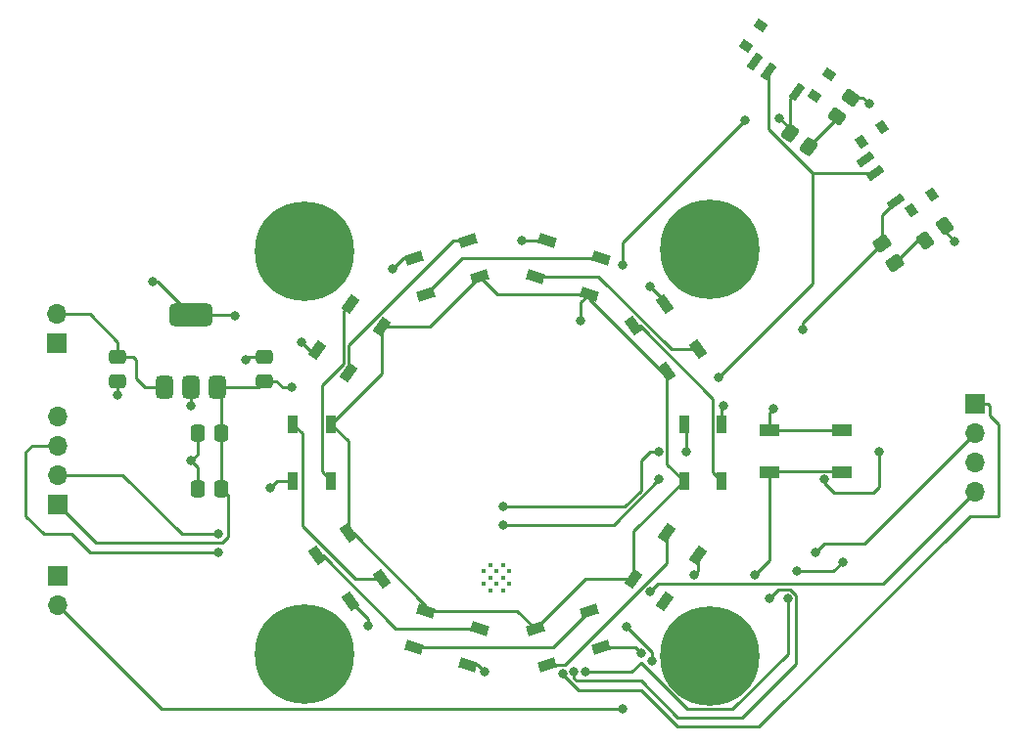
<source format=gbr>
%TF.GenerationSoftware,KiCad,Pcbnew,8.0.2*%
%TF.CreationDate,2024-09-15T21:25:22+02:00*%
%TF.ProjectId,LED_Coaster,4c45445f-436f-4617-9374-65722e6b6963,rev?*%
%TF.SameCoordinates,Original*%
%TF.FileFunction,Copper,L1,Top*%
%TF.FilePolarity,Positive*%
%FSLAX46Y46*%
G04 Gerber Fmt 4.6, Leading zero omitted, Abs format (unit mm)*
G04 Created by KiCad (PCBNEW 8.0.2) date 2024-09-15 21:25:22*
%MOMM*%
%LPD*%
G01*
G04 APERTURE LIST*
G04 Aperture macros list*
%AMRoundRect*
0 Rectangle with rounded corners*
0 $1 Rounding radius*
0 $2 $3 $4 $5 $6 $7 $8 $9 X,Y pos of 4 corners*
0 Add a 4 corners polygon primitive as box body*
4,1,4,$2,$3,$4,$5,$6,$7,$8,$9,$2,$3,0*
0 Add four circle primitives for the rounded corners*
1,1,$1+$1,$2,$3*
1,1,$1+$1,$4,$5*
1,1,$1+$1,$6,$7*
1,1,$1+$1,$8,$9*
0 Add four rect primitives between the rounded corners*
20,1,$1+$1,$2,$3,$4,$5,0*
20,1,$1+$1,$4,$5,$6,$7,0*
20,1,$1+$1,$6,$7,$8,$9,0*
20,1,$1+$1,$8,$9,$2,$3,0*%
%AMRotRect*
0 Rectangle, with rotation*
0 The origin of the aperture is its center*
0 $1 length*
0 $2 width*
0 $3 Rotation angle, in degrees counterclockwise*
0 Add horizontal line*
21,1,$1,$2,0,0,$3*%
G04 Aperture macros list end*
%TA.AperFunction,SMDPad,CuDef*%
%ADD10R,1.800000X1.100000*%
%TD*%
%TA.AperFunction,SMDPad,CuDef*%
%ADD11RoundRect,0.250000X-0.173027X0.527434X-0.555088X0.001573X0.173027X-0.527434X0.555088X-0.001573X0*%
%TD*%
%TA.AperFunction,SMDPad,CuDef*%
%ADD12RoundRect,0.250000X-0.001573X0.555088X-0.527434X0.173027X0.001573X-0.555088X0.527434X-0.173027X0*%
%TD*%
%TA.AperFunction,SMDPad,CuDef*%
%ADD13RotRect,1.500000X0.900000X18.000000*%
%TD*%
%TA.AperFunction,ComponentPad*%
%ADD14C,0.900000*%
%TD*%
%TA.AperFunction,ComponentPad*%
%ADD15C,8.600000*%
%TD*%
%TA.AperFunction,SMDPad,CuDef*%
%ADD16RoundRect,0.250000X0.337500X0.475000X-0.337500X0.475000X-0.337500X-0.475000X0.337500X-0.475000X0*%
%TD*%
%TA.AperFunction,SMDPad,CuDef*%
%ADD17RotRect,1.000000X0.800000X126.000000*%
%TD*%
%TA.AperFunction,SMDPad,CuDef*%
%ADD18RotRect,0.700000X1.500000X126.000000*%
%TD*%
%TA.AperFunction,SMDPad,CuDef*%
%ADD19RotRect,1.500000X0.900000X342.000000*%
%TD*%
%TA.AperFunction,SMDPad,CuDef*%
%ADD20RotRect,1.500000X0.900000X234.000000*%
%TD*%
%TA.AperFunction,SMDPad,CuDef*%
%ADD21RotRect,1.500000X0.900000X162.000000*%
%TD*%
%TA.AperFunction,SMDPad,CuDef*%
%ADD22RotRect,1.500000X0.900000X198.000000*%
%TD*%
%TA.AperFunction,SMDPad,CuDef*%
%ADD23RotRect,1.500000X0.900000X126.000000*%
%TD*%
%TA.AperFunction,ComponentPad*%
%ADD24R,1.700000X1.700000*%
%TD*%
%TA.AperFunction,ComponentPad*%
%ADD25O,1.700000X1.700000*%
%TD*%
%TA.AperFunction,SMDPad,CuDef*%
%ADD26RotRect,1.500000X0.900000X306.000000*%
%TD*%
%TA.AperFunction,SMDPad,CuDef*%
%ADD27RoundRect,0.250000X0.547659X0.158333X-0.018653X0.569782X-0.547659X-0.158333X0.018653X-0.569782X0*%
%TD*%
%TA.AperFunction,SMDPad,CuDef*%
%ADD28RoundRect,0.375000X0.375000X-0.625000X0.375000X0.625000X-0.375000X0.625000X-0.375000X-0.625000X0*%
%TD*%
%TA.AperFunction,SMDPad,CuDef*%
%ADD29RoundRect,0.500000X1.400000X-0.500000X1.400000X0.500000X-1.400000X0.500000X-1.400000X-0.500000X0*%
%TD*%
%TA.AperFunction,SMDPad,CuDef*%
%ADD30RotRect,1.000000X0.800000X144.000000*%
%TD*%
%TA.AperFunction,SMDPad,CuDef*%
%ADD31RotRect,0.700000X1.500000X144.000000*%
%TD*%
%TA.AperFunction,SMDPad,CuDef*%
%ADD32RoundRect,0.250000X0.475000X-0.337500X0.475000X0.337500X-0.475000X0.337500X-0.475000X-0.337500X0*%
%TD*%
%TA.AperFunction,SMDPad,CuDef*%
%ADD33R,0.900000X1.500000*%
%TD*%
%TA.AperFunction,SMDPad,CuDef*%
%ADD34RoundRect,0.250000X0.569782X-0.018653X0.158333X0.547659X-0.569782X0.018653X-0.158333X-0.547659X0*%
%TD*%
%TA.AperFunction,SMDPad,CuDef*%
%ADD35RoundRect,0.250000X-0.475000X0.337500X-0.475000X-0.337500X0.475000X-0.337500X0.475000X0.337500X0*%
%TD*%
%TA.AperFunction,SMDPad,CuDef*%
%ADD36RotRect,1.500000X0.900000X54.000000*%
%TD*%
%TA.AperFunction,SMDPad,CuDef*%
%ADD37RoundRect,0.250000X-0.337500X-0.475000X0.337500X-0.475000X0.337500X0.475000X-0.337500X0.475000X0*%
%TD*%
%TA.AperFunction,ComponentPad*%
%ADD38C,0.400000*%
%TD*%
%TA.AperFunction,ViaPad*%
%ADD39C,0.800000*%
%TD*%
%TA.AperFunction,Conductor*%
%ADD40C,0.250000*%
%TD*%
G04 APERTURE END LIST*
D10*
%TO.P,SW1,1,A*%
%TO.N,GND*%
X172700000Y-78020000D03*
X178900000Y-78020000D03*
%TO.P,SW1,2,B*%
%TO.N,Net-(SW1-B)*%
X172700000Y-81720000D03*
X178900000Y-81720000D03*
%TD*%
D11*
%TO.P,D32,1,K*%
%TO.N,GND*%
X179686480Y-49255758D03*
%TO.P,D32,2,A*%
%TO.N,Net-(D32-A)*%
X178481520Y-50914242D03*
%TD*%
D12*
%TO.P,D31,1,K*%
%TO.N,GND*%
X187787242Y-60404520D03*
%TO.P,D31,2,A*%
%TO.N,Net-(D31-A)*%
X186128758Y-61609480D03*
%TD*%
D13*
%TO.P,D29,1,VDD*%
%TO.N,Net-(D21-VDD)*%
X152392549Y-95272046D03*
%TO.P,D29,2,DOUT*%
%TO.N,Net-(D29-DOUT)*%
X153412306Y-98410534D03*
%TO.P,D29,3,VSS*%
%TO.N,GND*%
X158072483Y-96896352D03*
%TO.P,D29,4,DIN*%
%TO.N,Net-(D28-DOUT)*%
X157052726Y-93757864D03*
%TD*%
D14*
%TO.P,H3,1*%
%TO.N,N/C*%
X132480581Y-100686581D03*
X130200162Y-99742000D03*
X134761000Y-99742000D03*
X129255581Y-97461581D03*
D15*
X132480581Y-97461581D03*
D14*
X135705581Y-97461581D03*
X130200162Y-95181162D03*
X134761000Y-95181162D03*
X132480581Y-94236581D03*
%TD*%
D16*
%TO.P,C1,1*%
%TO.N,+3V3*%
X125257500Y-78342500D03*
%TO.P,C1,2*%
%TO.N,GND*%
X123182500Y-78342500D03*
%TD*%
D14*
%TO.P,H4,1*%
%TO.N,N/C*%
X167521419Y-100813581D03*
X165241000Y-99869000D03*
X169801838Y-99869000D03*
X164296419Y-97588581D03*
D15*
X167521419Y-97588581D03*
D14*
X170746419Y-97588581D03*
X165241000Y-95308162D03*
X169801838Y-95308162D03*
X167521419Y-94363581D03*
%TD*%
D17*
%TO.P,SW2,*%
%TO.N,*%
X184926000Y-58975000D03*
X186713927Y-57675994D03*
X180635168Y-53069175D03*
X182423095Y-51770170D03*
D18*
%TO.P,SW2,1*%
%TO.N,Net-(D1-VDD)*%
X183577240Y-58224436D03*
%TO.P,SW2,2*%
%TO.N,+3V3*%
X181813884Y-55797385D03*
%TO.P,SW2,3*%
%TO.N,N/C*%
X180932206Y-54583860D03*
%TD*%
D19*
%TO.P,D28,1,VDD*%
%TO.N,Net-(D21-VDD)*%
X142955423Y-93734505D03*
%TO.P,D28,2,DOUT*%
%TO.N,Net-(D28-DOUT)*%
X141935666Y-96872993D03*
%TO.P,D28,3,VSS*%
%TO.N,GND*%
X146595843Y-98387175D03*
%TO.P,D28,4,DIN*%
%TO.N,Net-(D27-DOUT)*%
X147615600Y-95248687D03*
%TD*%
D20*
%TO.P,D25,1,VDD*%
%TO.N,Net-(D21-VDD)*%
X139124101Y-69069965D03*
%TO.P,D25,2,DOUT*%
%TO.N,Net-(D25-DOUT)*%
X136454345Y-67130274D03*
%TO.P,D25,3,VSS*%
%TO.N,GND*%
X133574197Y-71094457D03*
%TO.P,D25,4,DIN*%
%TO.N,Net-(D24-DOUT)*%
X136243953Y-73034148D03*
%TD*%
D21*
%TO.P,D23,1,VDD*%
%TO.N,Net-(D21-VDD)*%
X157044467Y-66255033D03*
%TO.P,D23,2,DOUT*%
%TO.N,Net-(D23-DOUT)*%
X158064224Y-63116545D03*
%TO.P,D23,3,VSS*%
%TO.N,GND*%
X153404047Y-61602363D03*
%TO.P,D23,4,DIN*%
%TO.N,Net-(D22-DOUT)*%
X152384290Y-64740851D03*
%TD*%
D22*
%TO.P,D24,1,VDD*%
%TO.N,Net-(D21-VDD)*%
X147610955Y-64743371D03*
%TO.P,D24,2,DOUT*%
%TO.N,Net-(D24-DOUT)*%
X146591198Y-61604883D03*
%TO.P,D24,3,VSS*%
%TO.N,GND*%
X141931021Y-63119065D03*
%TO.P,D24,4,DIN*%
%TO.N,Net-(D23-DOUT)*%
X142950778Y-66257553D03*
%TD*%
D23*
%TO.P,D22,1,VDD*%
%TO.N,Net-(D21-VDD)*%
X163783155Y-73003996D03*
%TO.P,D22,2,DOUT*%
%TO.N,Net-(D22-DOUT)*%
X166452911Y-71064305D03*
%TO.P,D22,3,VSS*%
%TO.N,GND*%
X163572763Y-67100122D03*
%TO.P,D22,4,DIN*%
%TO.N,Net-(D21-DOUT)*%
X160903007Y-69039813D03*
%TD*%
D24*
%TO.P,J3,1,Pin_1*%
%TO.N,Net-(J3-Pin_1)*%
X190410000Y-75780000D03*
D25*
%TO.P,J3,2,Pin_2*%
%TO.N,Net-(J3-Pin_2)*%
X190410000Y-78320000D03*
%TO.P,J3,3,Pin_3*%
%TO.N,Net-(J3-Pin_3)*%
X190410000Y-80860000D03*
%TO.P,J3,4,Pin_4*%
%TO.N,Net-(J3-Pin_4)*%
X190410000Y-83400000D03*
%TD*%
D24*
%TO.P,J4,1,Pin_1*%
%TO.N,+3V3*%
X111110000Y-84470000D03*
D25*
%TO.P,J4,2,Pin_2*%
%TO.N,Net-(J4-Pin_2)*%
X111110000Y-81930000D03*
%TO.P,J4,3,Pin_3*%
%TO.N,Net-(J4-Pin_3)*%
X111110000Y-79390000D03*
%TO.P,J4,4,Pin_4*%
%TO.N,GND*%
X111110000Y-76850000D03*
%TD*%
D26*
%TO.P,D27,1,VDD*%
%TO.N,Net-(D21-VDD)*%
X136215656Y-86990312D03*
%TO.P,D27,2,DOUT*%
%TO.N,Net-(D27-DOUT)*%
X133545900Y-88930003D03*
%TO.P,D27,3,VSS*%
%TO.N,GND*%
X136426048Y-92894186D03*
%TO.P,D27,4,DIN*%
%TO.N,Net-(D26-DOUT)*%
X139095804Y-90954495D03*
%TD*%
D27*
%TO.P,R8,1*%
%TO.N,Net-(D32-A)*%
X176083017Y-53466785D03*
%TO.P,R8,2*%
%TO.N,Net-(D21-VDD)*%
X174464983Y-52291215D03*
%TD*%
D28*
%TO.P,U2,1,VI*%
%TO.N,+5V*%
X120332500Y-74373750D03*
%TO.P,U2,2,GND*%
%TO.N,GND*%
X122632500Y-74373750D03*
D29*
X122632500Y-68073750D03*
D28*
%TO.P,U2,3,VO*%
%TO.N,+3V3*%
X124932500Y-74373750D03*
%TD*%
D14*
%TO.P,H2,1*%
%TO.N,N/C*%
X167532581Y-65634581D03*
X165252162Y-64690000D03*
X169813000Y-64690000D03*
X164307581Y-62409581D03*
D15*
X167532581Y-62409581D03*
D14*
X170757581Y-62409581D03*
X165252162Y-60129162D03*
X169813000Y-60129162D03*
X167532581Y-59184581D03*
%TD*%
D24*
%TO.P,J2,1,Pin_1*%
%TO.N,GND*%
X111140000Y-90645000D03*
D25*
%TO.P,J2,2,Pin_2*%
%TO.N,Net-(J2-Pin_2)*%
X111140000Y-93185000D03*
%TD*%
D14*
%TO.P,H1,1*%
%TO.N,N/C*%
X132480581Y-65761581D03*
X130200162Y-64817000D03*
X134761000Y-64817000D03*
X129255581Y-62536581D03*
D15*
X132480581Y-62536581D03*
D14*
X135705581Y-62536581D03*
X130200162Y-60256162D03*
X134761000Y-60256162D03*
X132480581Y-59311581D03*
%TD*%
D30*
%TO.P,SW3,*%
%TO.N,*%
X176544000Y-49069000D03*
X177843005Y-47281073D03*
X170638175Y-44778168D03*
X171937181Y-42990241D03*
D31*
%TO.P,SW3,1*%
%TO.N,Net-(D21-VDD)*%
X175029315Y-48771962D03*
%TO.P,SW3,2*%
%TO.N,+3V3*%
X172602264Y-47008606D03*
%TO.P,SW3,3*%
%TO.N,N/C*%
X171388739Y-46126928D03*
%TD*%
D32*
%TO.P,C4,1*%
%TO.N,GND*%
X116282500Y-73823750D03*
%TO.P,C4,2*%
%TO.N,+5V*%
X116282500Y-71748750D03*
%TD*%
D33*
%TO.P,D21,1,VDD*%
%TO.N,Net-(D21-VDD)*%
X165250000Y-82450000D03*
%TO.P,D21,2,DOUT*%
%TO.N,Net-(D21-DOUT)*%
X168550000Y-82450000D03*
%TO.P,D21,3,VSS*%
%TO.N,GND*%
X168550000Y-77550000D03*
%TO.P,D21,4,DIN*%
%TO.N,/small_ring*%
X165250000Y-77550000D03*
%TD*%
D34*
%TO.P,R7,1*%
%TO.N,Net-(D31-A)*%
X183529000Y-63547000D03*
%TO.P,R7,2*%
%TO.N,Net-(D1-VDD)*%
X182353430Y-61928966D03*
%TD*%
D24*
%TO.P,J1,1,Pin_1*%
%TO.N,GND*%
X111000000Y-70525000D03*
D25*
%TO.P,J1,2,Pin_2*%
%TO.N,+5V*%
X111000000Y-67985000D03*
%TD*%
D35*
%TO.P,C5,1*%
%TO.N,GND*%
X128982500Y-71748750D03*
%TO.P,C5,2*%
%TO.N,+3V3*%
X128982500Y-73823750D03*
%TD*%
D33*
%TO.P,D26,1,VDD*%
%TO.N,Net-(D21-VDD)*%
X134760886Y-77523211D03*
%TO.P,D26,2,DOUT*%
%TO.N,Net-(D26-DOUT)*%
X131460886Y-77523211D03*
%TO.P,D26,3,VSS*%
%TO.N,GND*%
X131460886Y-82423211D03*
%TO.P,D26,4,DIN*%
%TO.N,Net-(D25-DOUT)*%
X134760886Y-82423211D03*
%TD*%
D36*
%TO.P,D30,1,VDD*%
%TO.N,Net-(D21-VDD)*%
X160898305Y-90930330D03*
%TO.P,D30,2,DOUT*%
%TO.N,unconnected-(D30-DOUT-Pad2)*%
X163568061Y-92870021D03*
%TO.P,D30,3,VSS*%
%TO.N,GND*%
X166448209Y-88905838D03*
%TO.P,D30,4,DIN*%
%TO.N,Net-(D29-DOUT)*%
X163778453Y-86966147D03*
%TD*%
D37*
%TO.P,C2,1*%
%TO.N,GND*%
X123182500Y-83105000D03*
%TO.P,C2,2*%
%TO.N,+3V3*%
X125257500Y-83105000D03*
%TD*%
D38*
%TO.P,U1,28,GND*%
%TO.N,GND*%
X149590000Y-89740000D03*
%TO.P,U1,29,GND*%
X148490000Y-89740000D03*
%TO.P,U1,30,GND*%
X150140000Y-90290000D03*
%TO.P,U1,31,GND*%
X149040000Y-90290000D03*
%TO.P,U1,32,GND*%
X147940000Y-90290000D03*
%TO.P,U1,33,GND*%
X149590000Y-90840000D03*
%TO.P,U1,34,GND*%
X148490000Y-90840000D03*
%TO.P,U1,35,GND*%
X150140000Y-91390000D03*
%TO.P,U1,36,GND*%
X149040000Y-91390000D03*
%TO.P,U1,37,GND*%
X147940000Y-91390000D03*
%TO.P,U1,38,GND*%
X149590000Y-91940000D03*
%TO.P,U1,39,GND*%
X148490000Y-91940000D03*
%TD*%
D39*
%TO.N,/small_ring*%
X149620000Y-84692500D03*
%TO.N,GND*%
X173020000Y-76180000D03*
X116290000Y-74990000D03*
X168670000Y-75961250D03*
X119320000Y-65150000D03*
X132157500Y-70405000D03*
X137960000Y-94950000D03*
X122632500Y-80723750D03*
X127395000Y-71992500D03*
X126410000Y-68150000D03*
X188690000Y-61700000D03*
X129450000Y-83020000D03*
X181260000Y-49800000D03*
X162320000Y-65642500D03*
X140095000Y-64055000D03*
X166110000Y-90630000D03*
X161526250Y-97392500D03*
X148032500Y-98980000D03*
X151207500Y-61673750D03*
X122632500Y-75961250D03*
%TO.N,/large_ring*%
X182163750Y-79930000D03*
X177401250Y-82311250D03*
X163113750Y-82311250D03*
X149620000Y-86280000D03*
%TO.N,/small_ring*%
X163058155Y-79930000D03*
X165495000Y-79930000D03*
%TO.N,Net-(D1-VDD)*%
X175560000Y-69370000D03*
%TO.N,Net-(D21-VDD)*%
X173540000Y-51010000D03*
X156310000Y-68600000D03*
X159990000Y-63780000D03*
X170580000Y-51240000D03*
%TO.N,+3V3*%
X168220000Y-73500000D03*
X131363750Y-74373750D03*
%TO.N,Net-(SW1-B)*%
X171380000Y-90630000D03*
%TO.N,Net-(J2-Pin_2)*%
X159938750Y-102155000D03*
X162500000Y-98030000D03*
X160290000Y-95100000D03*
%TO.N,Net-(J3-Pin_3)*%
X156763750Y-98980000D03*
X174226250Y-92630000D03*
X178988750Y-89455000D03*
X175020000Y-90248750D03*
%TO.N,Net-(J3-Pin_4)*%
X162343903Y-92043903D03*
%TO.N,Net-(J3-Pin_2)*%
X172638750Y-92630000D03*
X176607500Y-88661250D03*
X155763747Y-98980000D03*
%TO.N,Net-(J3-Pin_1)*%
X154763744Y-99135534D03*
%TO.N,Net-(J4-Pin_3)*%
X125013750Y-88661250D03*
%TO.N,Net-(J4-Pin_2)*%
X125013750Y-87073750D03*
%TD*%
D40*
%TO.N,GND*%
X172700000Y-76500000D02*
X173020000Y-76180000D01*
X172700000Y-78020000D02*
X172700000Y-76500000D01*
X178900000Y-78020000D02*
X172700000Y-78020000D01*
%TO.N,/large_ring*%
X182140000Y-79953750D02*
X182163750Y-79930000D01*
X182140000Y-83000000D02*
X182140000Y-79953750D01*
X181670000Y-83470000D02*
X182140000Y-83000000D01*
X178210000Y-83470000D02*
X181670000Y-83470000D01*
X177401250Y-82661250D02*
X178210000Y-83470000D01*
X177401250Y-82311250D02*
X177401250Y-82661250D01*
%TO.N,Net-(SW1-B)*%
X172833750Y-81586250D02*
X172700000Y-81720000D01*
X178766250Y-81586250D02*
X172833750Y-81586250D01*
X178900000Y-81720000D02*
X178766250Y-81586250D01*
X172700000Y-89310000D02*
X171380000Y-90630000D01*
X172700000Y-81720000D02*
X172700000Y-89310000D01*
%TO.N,+5V*%
X116282500Y-71748750D02*
X117626250Y-71748750D01*
X116282500Y-70405000D02*
X116282500Y-71748750D01*
X117626250Y-71748750D02*
X117870000Y-71992500D01*
X118663750Y-74373750D02*
X120332500Y-74373750D01*
X117870000Y-71992500D02*
X117870000Y-73580000D01*
X117870000Y-73580000D02*
X118663750Y-74373750D01*
X113862500Y-67985000D02*
X116282500Y-70405000D01*
X111000000Y-67985000D02*
X113862500Y-67985000D01*
%TO.N,GND*%
X116282500Y-73823750D02*
X116282500Y-74982500D01*
X116282500Y-73823750D02*
X116526250Y-73823750D01*
X180715758Y-49255758D02*
X181260000Y-49800000D01*
X187787242Y-60404520D02*
X187787242Y-60797242D01*
X136426048Y-92894186D02*
X137960000Y-94428138D01*
X116282500Y-74982500D02*
X116290000Y-74990000D01*
X123182500Y-80173750D02*
X122632500Y-80723750D01*
X168550000Y-76081250D02*
X168670000Y-75961250D01*
X130046789Y-82423211D02*
X129450000Y-83020000D01*
X147439675Y-98387175D02*
X148032500Y-98980000D01*
X163572763Y-67100122D02*
X163572763Y-66895263D01*
X166448209Y-90291791D02*
X166110000Y-90630000D01*
X158072483Y-96896352D02*
X161030102Y-96896352D01*
X141030935Y-63119065D02*
X140095000Y-64055000D01*
X166448209Y-88905838D02*
X166837912Y-88905838D01*
X137960000Y-94428138D02*
X137960000Y-94950000D01*
X123182500Y-78342500D02*
X123182500Y-80173750D01*
X122632500Y-68073750D02*
X119708750Y-65150000D01*
X187787242Y-60797242D02*
X188690000Y-61700000D01*
X126333750Y-68073750D02*
X126410000Y-68150000D01*
X128982500Y-71748750D02*
X127638750Y-71748750D01*
X122632500Y-74373750D02*
X122632500Y-75961250D01*
X161030102Y-96896352D02*
X161526250Y-97392500D01*
X153404047Y-61602363D02*
X151278887Y-61602363D01*
X168550000Y-77550000D02*
X168550000Y-76081250D01*
X166448209Y-88905838D02*
X166448209Y-90291791D01*
X146595843Y-98387175D02*
X147439675Y-98387175D01*
X141931021Y-63119065D02*
X141030935Y-63119065D01*
X151278887Y-61602363D02*
X151207500Y-61673750D01*
X119708750Y-65150000D02*
X119320000Y-65150000D01*
X131460886Y-82423211D02*
X130046789Y-82423211D01*
X179686480Y-49255758D02*
X180715758Y-49255758D01*
X133574197Y-71094457D02*
X132846957Y-71094457D01*
X122632500Y-68073750D02*
X126333750Y-68073750D01*
X127638750Y-71748750D02*
X127395000Y-71992500D01*
X123182500Y-83105000D02*
X123182500Y-81273750D01*
X123182500Y-81273750D02*
X122632500Y-80723750D01*
X163572763Y-66895263D02*
X162320000Y-65642500D01*
X132846957Y-71094457D02*
X132157500Y-70405000D01*
%TO.N,/large_ring*%
X163113750Y-82330673D02*
X163113750Y-82311250D01*
X149620000Y-86280000D02*
X159164423Y-86280000D01*
X159164423Y-86280000D02*
X163113750Y-82330673D01*
%TO.N,Net-(D21-DOUT)*%
X167775000Y-81675000D02*
X167775000Y-75355575D01*
X167775000Y-75355575D02*
X161459238Y-69039813D01*
X168550000Y-82450000D02*
X167775000Y-81675000D01*
X161459238Y-69039813D02*
X160903007Y-69039813D01*
%TO.N,/small_ring*%
X162320000Y-79930000D02*
X163058155Y-79930000D01*
X165495000Y-79930000D02*
X165495000Y-77795000D01*
X161526250Y-80723750D02*
X162320000Y-79930000D01*
X149620000Y-84692500D02*
X160115527Y-84692500D01*
X161526250Y-83281777D02*
X161526250Y-80723750D01*
X165495000Y-77795000D02*
X165250000Y-77550000D01*
X160115527Y-84692500D02*
X161526250Y-83281777D01*
%TO.N,Net-(D22-DOUT)*%
X157858150Y-64740851D02*
X152384290Y-64740851D01*
X164181604Y-71064305D02*
X157858150Y-64740851D01*
X166452911Y-71064305D02*
X164181604Y-71064305D01*
%TO.N,Net-(D23-DOUT)*%
X158064224Y-63116545D02*
X146091786Y-63116545D01*
X146091786Y-63116545D02*
X142950778Y-66257553D01*
%TO.N,Net-(D24-DOUT)*%
X146591198Y-61604883D02*
X145335078Y-61604883D01*
X145335078Y-61604883D02*
X136243953Y-70696008D01*
X136243953Y-70696008D02*
X136243953Y-73034148D01*
%TO.N,Net-(D25-DOUT)*%
X135793953Y-67790666D02*
X135793953Y-72324797D01*
X133985886Y-74132864D02*
X133985886Y-81648211D01*
X136454345Y-67130274D02*
X135793953Y-67790666D01*
X135793953Y-72324797D02*
X133985886Y-74132864D01*
X133985886Y-81648211D02*
X134760886Y-82423211D01*
%TO.N,Net-(D26-DOUT)*%
X132235886Y-86358386D02*
X136831995Y-90954495D01*
X131460886Y-77523211D02*
X132235886Y-78298211D01*
X132235886Y-78298211D02*
X132235886Y-86358386D01*
X136831995Y-90954495D02*
X139095804Y-90954495D01*
%TO.N,Net-(D27-DOUT)*%
X140332437Y-95248687D02*
X147615600Y-95248687D01*
X134013753Y-88930003D02*
X140332437Y-95248687D01*
X133545900Y-88930003D02*
X134013753Y-88930003D01*
%TO.N,Net-(D28-DOUT)*%
X141935666Y-96872993D02*
X153937597Y-96872993D01*
X153937597Y-96872993D02*
X157052726Y-93757864D01*
%TO.N,Net-(D29-DOUT)*%
X163778453Y-89584047D02*
X163778453Y-86966147D01*
X154951966Y-98410534D02*
X163778453Y-89584047D01*
X153412306Y-98410534D02*
X154951966Y-98410534D01*
%TO.N,Net-(D1-VDD)*%
X182353430Y-61928966D02*
X175560000Y-68722396D01*
X175560000Y-68722396D02*
X175560000Y-69370000D01*
X182353430Y-59448246D02*
X182353430Y-61928966D01*
X183577240Y-58224436D02*
X182353430Y-59448246D01*
%TO.N,Net-(D21-VDD)*%
X136215656Y-78977981D02*
X134760886Y-77523211D01*
X160898305Y-90930330D02*
X156734265Y-90930330D01*
X165250000Y-82450000D02*
X160898305Y-86801695D01*
X142955423Y-93734505D02*
X142955423Y-93261347D01*
X163783155Y-80983155D02*
X165250000Y-82450000D01*
X150855008Y-93734505D02*
X142955423Y-93734505D01*
X163320272Y-73003996D02*
X163783155Y-73003996D01*
X156310000Y-68600000D02*
X156310000Y-66989500D01*
X174464983Y-51934983D02*
X173540000Y-51010000D01*
X139124101Y-73159996D02*
X139124101Y-69069965D01*
X134760886Y-77523211D02*
X139124101Y-73159996D01*
X175029315Y-48771962D02*
X174464983Y-49336294D01*
X159990000Y-61830000D02*
X159990000Y-63780000D01*
X136215656Y-86990312D02*
X136215656Y-78977981D01*
X174464983Y-49336294D02*
X174464983Y-52291215D01*
X143284361Y-69069965D02*
X147610955Y-64743371D01*
X157044467Y-66255033D02*
X157044467Y-66728191D01*
X147610955Y-64743371D02*
X149122617Y-66255033D01*
X149122617Y-66255033D02*
X157044467Y-66255033D01*
X157044467Y-66728191D02*
X163320272Y-73003996D01*
X139124101Y-69069965D02*
X143284361Y-69069965D01*
X156734265Y-90930330D02*
X152392549Y-95272046D01*
X152392549Y-95272046D02*
X150855008Y-93734505D01*
X136684388Y-86990312D02*
X136215656Y-86990312D01*
X156310000Y-66989500D02*
X157044467Y-66255033D01*
X174464983Y-52291215D02*
X174464983Y-51934983D01*
X170580000Y-51240000D02*
X159990000Y-61830000D01*
X160898305Y-86801695D02*
X160898305Y-90930330D01*
X163783155Y-73003996D02*
X163783155Y-80983155D01*
X142955423Y-93261347D02*
X136684388Y-86990312D01*
%TO.N,Net-(D31-A)*%
X185466520Y-61609480D02*
X186128758Y-61609480D01*
X183529000Y-63547000D02*
X185466520Y-61609480D01*
%TO.N,Net-(D32-A)*%
X178481520Y-51068282D02*
X178481520Y-50914242D01*
X176083017Y-53466785D02*
X178481520Y-51068282D01*
%TO.N,+3V3*%
X125257500Y-78342500D02*
X125257500Y-74698750D01*
X172602264Y-47008606D02*
X172602264Y-52012264D01*
X125257500Y-74698750D02*
X124932500Y-74373750D01*
X125807500Y-87305305D02*
X125807500Y-83655000D01*
X176387385Y-55797385D02*
X181813884Y-55797385D01*
X130020000Y-73823750D02*
X128982500Y-73823750D01*
X114438750Y-87798750D02*
X125314055Y-87798750D01*
X125807500Y-83655000D02*
X125257500Y-83105000D01*
X176387385Y-55797385D02*
X176387385Y-65332615D01*
X125257500Y-83105000D02*
X125257500Y-78342500D01*
X125314055Y-87798750D02*
X125807500Y-87305305D01*
X128432500Y-74373750D02*
X128982500Y-73823750D01*
X124932500Y-74373750D02*
X128432500Y-74373750D01*
X176387385Y-65332615D02*
X168220000Y-73500000D01*
X172602264Y-52012264D02*
X176387385Y-55797385D01*
X130570000Y-74373750D02*
X130020000Y-73823750D01*
X131363750Y-74373750D02*
X130570000Y-74373750D01*
X111110000Y-84470000D02*
X114438750Y-87798750D01*
%TO.N,Net-(J2-Pin_2)*%
X120110000Y-102155000D02*
X111140000Y-93185000D01*
X160290000Y-95100000D02*
X162500000Y-97310000D01*
X162500000Y-97310000D02*
X162500000Y-98030000D01*
X159938750Y-102155000D02*
X120110000Y-102155000D01*
%TO.N,Net-(J3-Pin_3)*%
X174226250Y-92630000D02*
X174226250Y-97424488D01*
X169437157Y-102213581D02*
X165553581Y-102213581D01*
X178195000Y-90248750D02*
X175020000Y-90248750D01*
X161526250Y-98186250D02*
X160732500Y-98980000D01*
X160732500Y-98980000D02*
X156763750Y-98980000D01*
X165553581Y-102213581D02*
X161526250Y-98186250D01*
X178988750Y-89455000D02*
X178195000Y-90248750D01*
X174226250Y-97424488D02*
X169437157Y-102213581D01*
%TO.N,Net-(J3-Pin_4)*%
X162343903Y-92043903D02*
X163032806Y-91355000D01*
X163032806Y-91355000D02*
X182455000Y-91355000D01*
X182455000Y-91355000D02*
X190410000Y-83400000D01*
%TO.N,Net-(J3-Pin_2)*%
X155763747Y-99567497D02*
X155970000Y-99773750D01*
X177401250Y-87867500D02*
X180862500Y-87867500D01*
X180862500Y-87867500D02*
X190410000Y-78320000D01*
X174951250Y-92329695D02*
X174457805Y-91836250D01*
X170257500Y-102948750D02*
X174951250Y-98255000D01*
X174951250Y-98255000D02*
X174951250Y-92329695D01*
X155970000Y-99773750D02*
X161526250Y-99773750D01*
X164701250Y-102948750D02*
X170257500Y-102948750D01*
X174457805Y-91836250D02*
X173432500Y-91836250D01*
X155763747Y-98980000D02*
X155763747Y-99567497D01*
X161526250Y-99773750D02*
X164701250Y-102948750D01*
X176607500Y-88661250D02*
X177401250Y-87867500D01*
X173432500Y-91836250D02*
X172638750Y-92630000D01*
%TO.N,Net-(J3-Pin_1)*%
X156127354Y-100567500D02*
X161526250Y-100567500D01*
X192482500Y-77548750D02*
X191688750Y-76755000D01*
X161526250Y-100567500D02*
X164701250Y-103742500D01*
X164701250Y-103742500D02*
X171729201Y-103742500D01*
X171729201Y-103742500D02*
X189985451Y-85486250D01*
X191688750Y-76755000D02*
X191688750Y-75961250D01*
X189985451Y-85486250D02*
X192482500Y-85486250D01*
X191507500Y-75780000D02*
X190410000Y-75780000D01*
X192482500Y-85486250D02*
X192482500Y-77548750D01*
X154763744Y-99135534D02*
X154763744Y-99203890D01*
X191688750Y-75961250D02*
X191507500Y-75780000D01*
X154763744Y-99203890D02*
X156127354Y-100567500D01*
%TO.N,Net-(J4-Pin_3)*%
X111110000Y-79390000D02*
X108885000Y-79390000D01*
X109932500Y-87073750D02*
X110726250Y-87073750D01*
X112313750Y-87073750D02*
X113901250Y-88661250D01*
X108885000Y-79390000D02*
X108345000Y-79930000D01*
X113901250Y-88661250D02*
X125013750Y-88661250D01*
X110726250Y-87073750D02*
X112313750Y-87073750D01*
X108345000Y-79930000D02*
X108345000Y-85486250D01*
X108345000Y-85486250D02*
X109932500Y-87073750D01*
%TO.N,Net-(J4-Pin_2)*%
X116695000Y-81930000D02*
X111110000Y-81930000D01*
X125013750Y-87073750D02*
X121838750Y-87073750D01*
X121838750Y-87073750D02*
X116695000Y-81930000D01*
%TD*%
M02*

</source>
